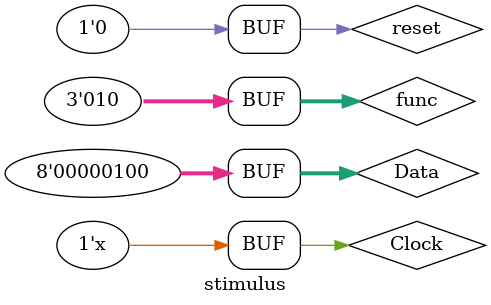
<source format=v>
module stimulus;

reg Clock, reset;
reg [2:0] func;
reg [7:0] Data;
wire [7:0] bus, Q1, Q2, Q3;

structure myst (Clock, reset, func, Data, bus, Q1, Q2, Q3);

initial
begin

Clock = 0;
func=0; reset=1; #5
reset=0; #5

// R1=1, R2=2, R3=3 초기 세팅
func=3; Data=1; #5
func=0; #5
func=4; Data=2; #5
func=0; #5
func=5; Data=3; #5
func=0; #5

func=1; #10

// R3=4 세팅 (뒤에 나올 move에서 bus값 변화 보여주기 위해)
func=5; Data=4; #5

func=2; #10;

end

always begin
#1 Clock = ~Clock;
end

endmodule
</source>
